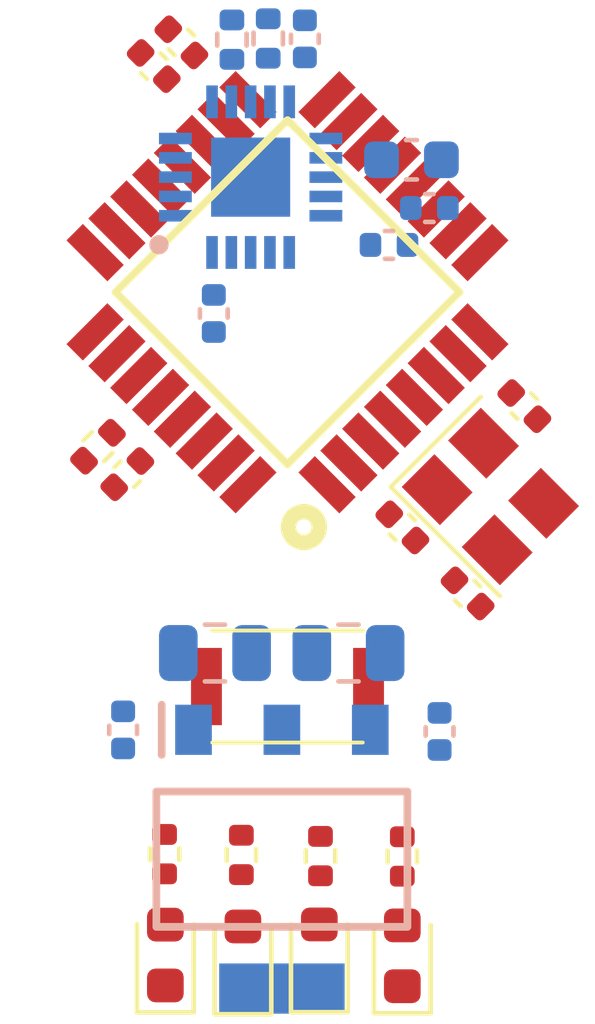
<source format=kicad_pcb>
(kicad_pcb (version 20241229) (generator "pcbnew") (generator_version "9.0")
  (title_block (title "${PCB_NAME}") (date "${CURRENT_DATE}") (rev "${PCB_VERSION}"))
  (layers (0 "F.Cu" mixed) (4 "In1.Cu" power) (6 "In2.Cu" power) (2 "B.Cu" mixed) (13 "F.Paste" user) (15 "B.Paste" user) (5 "F.SilkS" user "F.Silkscreen") (7 "B.SilkS" user "B.Silkscreen") (1 "F.Mask" user) (3 "B.Mask" user) (25 "Edge.Cuts" user))
  (net 0 "")
  (net 1 "USB_SERIAL.CBUS2")
  (net 2 "A1")
  (net 3 "D8")
  (net 4 "D6")
  (net 5 "MCU.oscpair_XIN")
  (net 6 "LED_L_ANODE")
  (net 7 "D4")
  (net 8 "D7")
  (net 9 "USB_SERIAL.NC_2")
  (net 10 "USB_SERIAL.USBDM_INTERNAL")
  (net 11 "USB_DATA_D_P")
  (net 12 "A4")
  (net 13 "A7")
  (net 14 "USB_DATA_D_N")
  (net 15 "A5")
  (net 16 "D2")
  (net 17 "D5")
  (net 18 "UART_RX")
  (net 19 "AREF")
  (net 20 "USB_SERIAL.CBUS3")
  (net 21 "USB_SERIAL.NC")
  (net 22 "D9")
  (net 23 "D11")
  (net 24 "A6")
  (net 25 "USB_SERIAL.NC_3")
  (net 26 "GND")
  (net 27 "LED_PWR_ANODE")
  (net 28 "D10")
  (net 29 "D3")
  (net 30 "USB_SERIAL.RTS")
  (net 31 "VCC_5V")
  (net 32 "USB_SERIAL.CTS")
  (net 33 "USB_SERIAL.P3V3OUT")
  (net 34 "D13")
  (net 35 "USB_VBUS")
  (net 36 "D12")
  (net 37 "A2")
  (net 38 "RESET")
  (net 39 "UART_TX")
  (net 40 "DTR")
  (net 41 "MCU.oscpair_XOUT")
  (net 42 "USB_SERIAL.USBDP_INTERNAL")
  (net 43 "A3")
  (net 44 "A0")
  (net 45 "USB_SERIAL.CBUS1")
  (net 46 "USB_SERIAL.CBUS0")
  (net 47 "USB_SERIAL.TX_LED_ANODE")
  (net 48 "USB_SERIAL.RX_LED_ANODE")
  (footprint "C_0402_1005Metric:C_0402_1005Metric" (layer "F.Cu") (at 143.169411 98.990589 45)
    (property "Reference" "C1" (hide yes))
    (property "Value" "100nF" (hide yes))
    (fp_line (start -0.107836 -0.36) (end 0.107836 -0.36) (stroke (width 0.12)) (layer "F.SilkS"))
    (fp_line (start -0.107836 0.36) (end 0.107836 0.36) (stroke (width 0.12)) (layer "F.SilkS"))
    (pad "1" smd roundrect (at -0.48 0 45) (size 0.56 0.62) (layers "F.Cu" "F.Mask" "F.Paste") (net 40 "DTR"))
    (pad "2" smd roundrect (at 0.48 0 45) (size 0.56 0.62) (layers "F.Cu" "F.Mask" "F.Paste") (net 38 "RESET"))
  )
  (footprint "C_0402_1005Metric:C_0402_1005Metric" (layer "F.Cu") (at 144.570001 87.81 135)
    (property "Reference" "C3" (hide yes))
    (property "Value" "100nF 6.3V" (hide yes))
    (fp_line (start -0.107836 -0.36) (end 0.107836 -0.36) (stroke (width 0.12)) (layer "F.SilkS"))
    (fp_line (start -0.107836 0.36) (end 0.107836 0.36) (stroke (width 0.12)) (layer "F.SilkS"))
    (pad "1" smd roundrect (at -0.48 0 135) (size 0.56 0.62) (layers "F.Cu" "F.Mask" "F.Paste") (net 31 "VCC_5V"))
    (pad "2" smd roundrect (at 0.48 0 135) (size 0.56 0.62) (layers "F.Cu" "F.Mask" "F.Paste") (net 26 "GND"))
  )
  (footprint "R_0402_1005Metric:R_0402_1005Metric" (layer "F.Cu") (at 148.175 108.880002 -90)
    (property "Reference" "R4" (hide yes))
    (property "Value" "470 5%" (hide yes))
    (fp_line (start -0.153641 0.38) (end 0.153641 0.38) (stroke (width 0.12)) (layer "F.SilkS"))
    (fp_line (start -0.153641 -0.38) (end 0.153641 -0.38) (stroke (width 0.12)) (layer "F.SilkS"))
    (pad "1" smd roundrect (at -0.509999 0 270) (size 0.54 0.64) (layers "F.Cu" "F.Mask" "F.Paste") (net 31 "VCC_5V"))
    (pad "2" smd roundrect (at 0.509999 0 270) (size 0.54 0.64) (layers "F.Cu" "F.Mask" "F.Paste") (net 48 "USB_SERIAL.RX_LED_ANODE"))
  )
  (footprint "Crystal_SMD_3225-4Pin_3.2x2.5mm:Crystal_SMD_3225-4Pin_3.2x2.5mm" (layer "F.Cu") (at 152.576777 99.568858 -45)
    (property "Reference" "Y1" (hide yes))
    (property "Value" "16MHz 18pF" (hide yes))
    (fp_line (start -2 1.65) (end 2 1.65) (stroke (width 0.12)) (layer "F.SilkS"))
    (fp_line (start -2 -1.65) (end -2 1.65) (stroke (width 0.12)) (layer "F.SilkS"))
    (pad "1" smd rect (at -1.1 0.85 315) (size 1.4 1.2) (layers "F.Cu" "F.Mask" "F.Paste") (net 5 "MCU.oscpair_XIN"))
    (pad "2" smd rect (at 1.1 0.85 315) (size 1.4 1.2) (layers "F.Cu" "F.Mask" "F.Paste") (net 26 "GND"))
    (pad "3" smd rect (at 1.1 -0.85 315) (size 1.4 1.2) (layers "F.Cu" "F.Mask" "F.Paste") (net 41 "MCU.oscpair_XOUT"))
    (pad "4" smd rect (at -1.1 -0.85 315) (size 1.4 1.2) (layers "F.Cu" "F.Mask" "F.Paste") (net 26 "GND"))
  )
  (footprint "C_0402_1005Metric:C_0402_1005Metric" (layer "F.Cu") (at 150.297329 100.369349 -45)
    (property "Reference" "C4" (hide yes))
    (property "Value" "100nF 6.3V" (hide yes))
    (fp_line (start -0.107836 0.36) (end 0.107836 0.36) (stroke (width 0.12)) (layer "F.SilkS"))
    (fp_line (start -0.107836 -0.36) (end 0.107836 -0.36) (stroke (width 0.12)) (layer "F.SilkS"))
    (pad "1" smd roundrect (at -0.48 0 315) (size 0.56 0.62) (layers "F.Cu" "F.Mask" "F.Paste") (net 31 "VCC_5V"))
    (pad "2" smd roundrect (at 0.48 0 315) (size 0.56 0.62) (layers "F.Cu" "F.Mask" "F.Paste") (net 26 "GND"))
  )
  (footprint "QFP80P900X900X120-32N:QFP80P900X900X120-32N" (layer "F.Cu") (at 147.32 94.28 135)
    (property "Reference" "IC1" (hide yes))
    (property "Value" "ATMEGA328PMAU" (hide yes))
    (fp_line (start 3.15 -3.15) (end 3.15 3.15) (stroke (width 0.2)) (layer "F.SilkS"))
    (fp_line (start 3.15 3.15) (end -3.15 3.15) (stroke (width 0.2)) (layer "F.SilkS"))
    (fp_line (start -3.15 -3.15) (end 3.15 -3.15) (stroke (width 0.2)) (layer "F.SilkS"))
    (fp_line (start -3.15 3.15) (end -3.15 -3.15) (stroke (width 0.2)) (layer "F.SilkS"))
    (fp_circle (center -4.6 -4) (end -4.6 -3.8) (stroke (width 0.4)) (fill no) (layer "F.SilkS"))
    (pad "1" smd rect (at -4.25 -2.8 225) (size 0.6 1.5) (layers "F.Cu" "F.Mask" "F.Paste") (net 29 "D3"))
    (pad "2" smd rect (at -4.25 -2 225) (size 0.6 1.5) (layers "F.Cu" "F.Mask" "F.Paste") (net 7 "D4"))
    (pad "3" smd rect (at -4.25 -1.2 225) (size 0.6 1.5) (layers "F.Cu" "F.Mask" "F.Paste") (net 26 "GND"))
    (pad "4" smd rect (at -4.25 -0.4 225) (size 0.6 1.5) (layers "F.Cu" "F.Mask" "F.Paste") (net 31 "VCC_5V"))
    (pad "5" smd rect (at -4.25 0.4 225) (size 0.6 1.5) (layers "F.Cu" "F.Mask" "F.Paste") (net 26 "GND"))
    (pad "6" smd rect (at -4.25 1.2 225) (size 0.6 1.5) (layers "F.Cu" "F.Mask" "F.Paste") (net 31 "VCC_5V"))
    (pad "7" smd rect (at -4.25 2 225) (size 0.6 1.5) (layers "F.Cu" "F.Mask" "F.Paste") (net 5 "MCU.oscpair_XIN"))
    (pad "8" smd rect (at -4.25 2.8 225) (size 0.6 1.5) (layers "F.Cu" "F.Mask" "F.Paste") (net 41 "MCU.oscpair_XOUT"))
    (pad "9" smd rect (at -2.8 4.25 135) (size 0.6 1.5) (layers "F.Cu" "F.Mask" "F.Paste") (net 17 "D5"))
    (pad "10" smd rect (at -2 4.25 135) (size 0.6 1.5) (layers "F.Cu" "F.Mask" "F.Paste") (net 4 "D6"))
    (pad "11" smd rect (at -1.2 4.25 135) (size 0.6 1.5) (layers "F.Cu" "F.Mask" "F.Paste") (net 8 "D7"))
    (pad "12" smd rect (at -0.4 4.25 135) (size 0.6 1.5) (layers "F.Cu" "F.Mask" "F.Paste") (net 3 "D8"))
    (pad "13" smd rect (at 0.4 4.25 135) (size 0.6 1.5) (layers "F.Cu" "F.Mask" "F.Paste") (net 22 "D9"))
    (pad "14" smd rect (at 1.2 4.25 135) (size 0.6 1.5) (layers "F.Cu" "F.Mask" "F.Paste") (net 28 "D10"))
    (pad "15" smd rect (at 2 4.25 135) (size 0.6 1.5) (layers "F.Cu" "F.Mask" "F.Paste") (net 23 "D11"))
    (pad "16" smd rect (at 2.8 4.25 135) (size 0.6 1.5) (layers "F.Cu" "F.Mask" "F.Paste") (net 36 "D12"))
    (pad "17" smd rect (at 4.25 2.8 225) (size 0.6 1.5) (layers "F.Cu" "F.Mask" "F.Paste") (net 34 "D13"))
    (pad "18" smd rect (at 4.25 2 225) (size 0.6 1.5) (layers "F.Cu" "F.Mask" "F.Paste") (net 31 "VCC_5V"))
    (pad "19" smd rect (at 4.25 1.2 225) (size 0.6 1.5) (layers "F.Cu" "F.Mask" "F.Paste") (net 24 "A6"))
    (pad "20" smd rect (at 4.25 0.4 225) (size 0.6 1.5) (layers "F.Cu" "F.Mask" "F.Paste") (net 19 "AREF"))
    (pad "21" smd rect (at 4.25 -0.4 225) (size 0.6 1.5) (layers "F.Cu" "F.Mask" "F.Paste") (net 26 "GND"))
    (pad "22" smd rect (at 4.25 -1.2 225) (size 0.6 1.5) (layers "F.Cu" "F.Mask" "F.Paste") (net 13 "A7"))
    (pad "23" smd rect (at 4.25 -2 225) (size 0.6 1.5) (layers "F.Cu" "F.Mask" "F.Paste") (net 44 "A0"))
    (pad "24" smd rect (at 4.25 -2.8 225) (size 0.6 1.5) (layers "F.Cu" "F.Mask" "F.Paste") (net 2 "A1"))
    (pad "25" smd rect (at 2.8 -4.25 135) (size 0.6 1.5) (layers "F.Cu" "F.Mask" "F.Paste") (net 37 "A2"))
    (pad "26" smd rect (at 2 -4.25 135) (size 0.6 1.5) (layers "F.Cu" "F.Mask" "F.Paste") (net 43 "A3"))
    (pad "27" smd rect (at 1.2 -4.25 135) (size 0.6 1.5) (layers "F.Cu" "F.Mask" "F.Paste") (net 12 "A4"))
    (pad "28" smd rect (at 0.4 -4.25 135) (size 0.6 1.5) (layers "F.Cu" "F.Mask" "F.Paste") (net 15 "A5"))
    (pad "29" smd rect (at -0.4 -4.25 135) (size 0.6 1.5) (layers "F.Cu" "F.Mask" "F.Paste") (net 38 "RESET"))
    (pad "30" smd rect (at -1.2 -4.25 135) (size 0.6 1.5) (layers "F.Cu" "F.Mask" "F.Paste") (net 18 "UART_RX"))
    (pad "31" smd rect (at -2 -4.25 135) (size 0.6 1.5) (layers "F.Cu" "F.Mask" "F.Paste") (net 39 "UART_TX"))
    (pad "32" smd rect (at -2.8 -4.25 135) (size 0.6 1.5) (layers "F.Cu" "F.Mask" "F.Paste") (net 16 "D2"))
  )
  (footprint "LED_0603_1608Metric:LED_0603_1608Metric" (layer "F.Cu") (at 148.145 111.437502 90)
    (property "Reference" "D3" (hide yes))
    (property "Value" "LED GREEN" (hide yes))
    (fp_line (start 0.8 -0.735) (end -1.485 -0.735) (stroke (width 0.12)) (layer "F.SilkS"))
    (fp_line (start -1.485 -0.735) (end -1.485 0.735) (stroke (width 0.12)) (layer "F.SilkS"))
    (fp_line (start -1.485 0.735) (end 0.8 0.735) (stroke (width 0.12)) (layer "F.SilkS"))
    (pad "1" smd roundrect (at -0.787501 0 90) (size 0.875 0.95) (layers "F.Cu" "F.Mask" "F.Paste") (net 45 "USB_SERIAL.CBUS1"))
    (pad "2" smd roundrect (at 0.787501 0 90) (size 0.875 0.95) (layers "F.Cu" "F.Mask" "F.Paste") (net 48 "USB_SERIAL.RX_LED_ANODE"))
  )
  (footprint "LED_0603_1608Metric:LED_0603_1608Metric" (layer "F.Cu") (at 144.155127 111.442512 90)
    (property "Reference" "D1" (hide yes))
    (property "Value" "LED YELLOW" (hide yes))
    (fp_line (start 0.8 -0.735) (end -1.485 -0.735) (stroke (width 0.12)) (layer "F.SilkS"))
    (fp_line (start -1.485 -0.735) (end -1.485 0.735) (stroke (width 0.12)) (layer "F.SilkS"))
    (fp_line (start -1.485 0.735) (end 0.8 0.735) (stroke (width 0.12)) (layer "F.SilkS"))
    (pad "1" smd roundrect (at -0.787501 0 90) (size 0.875 0.95) (layers "F.Cu" "F.Mask" "F.Paste") (net 26 "GND"))
    (pad "2" smd roundrect (at 0.787501 0 90) (size 0.875 0.95) (layers "F.Cu" "F.Mask" "F.Paste") (net 6 "LED_L_ANODE"))
  )
  (footprint "C_0402_1005Metric:C_0402_1005Metric" (layer "F.Cu") (at 153.457327 97.22935 -45)
    (property "Reference" "C6" (hide yes))
    (property "Value" "22pF C0G" (hide yes))
    (fp_line (start -0.107836 0.36) (end 0.107836 0.36) (stroke (width 0.12)) (layer "F.SilkS"))
    (fp_line (start -0.107836 -0.36) (end 0.107836 -0.36) (stroke (width 0.12)) (layer "F.SilkS"))
    (pad "1" smd roundrect (at -0.48 0 315) (size 0.56 0.62) (layers "F.Cu" "F.Mask" "F.Paste") (net 41 "MCU.oscpair_XOUT"))
    (pad "2" smd roundrect (at 0.48 0 315) (size 0.56 0.62) (layers "F.Cu" "F.Mask" "F.Paste") (net 26 "GND"))
  )
  (footprint "C_0402_1005Metric:C_0402_1005Metric" (layer "F.Cu") (at 151.987329 102.07935 -45)
    (property "Reference" "C5" (hide yes))
    (property "Value" "22pF C0G" (hide yes))
    (fp_line (start -0.107836 0.36) (end 0.107836 0.36) (stroke (width 0.12)) (layer "F.SilkS"))
    (fp_line (start -0.107836 -0.36) (end 0.107836 -0.36) (stroke (width 0.12)) (layer "F.SilkS"))
    (pad "1" smd roundrect (at -0.48 0 315) (size 0.56 0.62) (layers "F.Cu" "F.Mask" "F.Paste") (net 5 "MCU.oscpair_XIN"))
    (pad "2" smd roundrect (at 0.48 0 315) (size 0.56 0.62) (layers "F.Cu" "F.Mask" "F.Paste") (net 26 "GND"))
  )
  (footprint "R_0402_1005Metric:R_0402_1005Metric" (layer "F.Cu") (at 142.409009 98.280583 -135)
    (property "Reference" "R1" (hide yes))
    (property "Value" "10k 5%" (hide yes))
    (fp_line (start -0.153641 0.38) (end 0.153641 0.38) (stroke (width 0.12)) (layer "F.SilkS"))
    (fp_line (start -0.153641 -0.38) (end 0.153641 -0.38) (stroke (width 0.12)) (layer "F.SilkS"))
    (pad "1" smd roundrect (at -0.509999 0 225) (size 0.54 0.64) (layers "F.Cu" "F.Mask" "F.Paste") (net 38 "RESET"))
    (pad "2" smd roundrect (at 0.509999 0 225) (size 0.54 0.64) (layers "F.Cu" "F.Mask" "F.Paste") (net 31 "VCC_5V"))
  )
  (footprint "C_0402_1005Metric:C_0402_1005Metric" (layer "F.Cu") (at 143.853897 88.423441 135)
    (property "Reference" "C2" (hide yes))
    (property "Value" "100nF 6.3V" (hide yes))
    (fp_line (start -0.107836 -0.36) (end 0.107836 -0.36) (stroke (width 0.12)) (layer "F.SilkS"))
    (fp_line (start -0.107836 0.36) (end 0.107836 0.36) (stroke (width 0.12)) (layer "F.SilkS"))
    (pad "1" smd roundrect (at -0.48 0 135) (size 0.56 0.62) (layers "F.Cu" "F.Mask" "F.Paste") (net 31 "VCC_5V"))
    (pad "2" smd roundrect (at 0.48 0 135) (size 0.56 0.62) (layers "F.Cu" "F.Mask" "F.Paste") (net 26 "GND"))
  )
  (footprint "R_0402_1005Metric:R_0402_1005Metric" (layer "F.Cu") (at 144.135 108.830001 -90)
    (property "Reference" "R2" (hide yes))
    (property "Value" "1k 5%" (hide yes))
    (fp_line (start -0.153641 0.38) (end 0.153641 0.38) (stroke (width 0.12)) (layer "F.SilkS"))
    (fp_line (start -0.153641 -0.38) (end 0.153641 -0.38) (stroke (width 0.12)) (layer "F.SilkS"))
    (pad "1" smd roundrect (at -0.509999 0 270) (size 0.54 0.64) (layers "F.Cu" "F.Mask" "F.Paste") (net 34 "D13"))
    (pad "2" smd roundrect (at 0.509999 0 270) (size 0.54 0.64) (layers "F.Cu" "F.Mask" "F.Paste") (net 6 "LED_L_ANODE"))
  )
  (footprint "R_0402_1005Metric:R_0402_1005Metric" (layer "F.Cu") (at 150.295 108.890002 -90)
    (property "Reference" "R5" (hide yes))
    (property "Value" "470 5%" (hide yes))
    (fp_line (start -0.153641 0.38) (end 0.153641 0.38) (stroke (width 0.12)) (layer "F.SilkS"))
    (fp_line (start -0.153641 -0.38) (end 0.153641 -0.38) (stroke (width 0.12)) (layer "F.SilkS"))
    (pad "1" smd roundrect (at -0.509999 0 270) (size 0.54 0.64) (layers "F.Cu" "F.Mask" "F.Paste") (net 31 "VCC_5V"))
    (pad "2" smd roundrect (at 0.509999 0 270) (size 0.54 0.64) (layers "F.Cu" "F.Mask" "F.Paste") (net 47 "USB_SERIAL.TX_LED_ANODE"))
  )
  (footprint "LED_0603_1608Metric:LED_0603_1608Metric" (layer "F.Cu") (at 146.165 111.490001 90)
    (property "Reference" "D2" (hide yes))
    (property "Value" "LED GREEN" (hide yes))
    (fp_line (start 0.8 -0.735) (end -1.485 -0.735) (stroke (width 0.12)) (layer "F.SilkS"))
    (fp_line (start -1.485 -0.735) (end -1.485 0.735) (stroke (width 0.12)) (layer "F.SilkS"))
    (fp_line (start -1.485 0.735) (end 0.8 0.735) (stroke (width 0.12)) (layer "F.SilkS"))
    (pad "1" smd roundrect (at -0.787501 0 90) (size 0.875 0.95) (layers "F.Cu" "F.Mask" "F.Paste") (net 26 "GND"))
    (pad "2" smd roundrect (at 0.787501 0 90) (size 0.875 0.95) (layers "F.Cu" "F.Mask" "F.Paste") (net 27 "LED_PWR_ANODE"))
  )
  (footprint "R_0402_1005Metric:R_0402_1005Metric" (layer "F.Cu") (at 146.125 108.850001 -90)
    (property "Reference" "R3" (hide yes))
    (property "Value" "1k 5%" (hide yes))
    (fp_line (start -0.153641 0.38) (end 0.153641 0.38) (stroke (width 0.12)) (layer "F.SilkS"))
    (fp_line (start -0.153641 -0.38) (end 0.153641 -0.38) (stroke (width 0.12)) (layer "F.SilkS"))
    (pad "1" smd roundrect (at -0.509999 0 270) (size 0.54 0.64) (layers "F.Cu" "F.Mask" "F.Paste") (net 31 "VCC_5V"))
    (pad "2" smd roundrect (at 0.509999 0 270) (size 0.54 0.64) (layers "F.Cu" "F.Mask" "F.Paste") (net 27 "LED_PWR_ANODE"))
  )
  (footprint "SKRKAEE020:SKRKAEE020" (layer "F.Cu") (at 147.32 104.49 180)
    (property "Reference" "S1" (hide yes))
    (property "Value" "SKRKAHE020" (hide yes))
    (fp_line (start -1.95 1.45) (end 1.95 1.45) (stroke (width 0.1)) (layer "F.SilkS"))
    (fp_line (start -1.95 -1.45) (end 1.95 -1.45) (stroke (width 0.1)) (layer "F.SilkS"))
    (pad "1" smd rect (at -2.1 0 180) (size 0.8 2) (layers "F.Cu" "F.Mask" "F.Paste") (net 38 "RESET"))
    (pad "2" smd rect (at 2.1 0 180) (size 0.8 2) (layers "F.Cu" "F.Mask" "F.Paste") (net 26 "GND"))
  )
  (footprint "LED_0603_1608Metric:LED_0603_1608Metric" (layer "F.Cu") (at 150.295 111.4625 90)
    (property "Reference" "D4" (hide yes))
    (property "Value" "LED GREEN" (hide yes))
    (fp_line (start 0.8 -0.735) (end -1.485 -0.735) (stroke (width 0.12)) (layer "F.SilkS"))
    (fp_line (start -1.485 -0.735) (end -1.485 0.735) (stroke (width 0.12)) (layer "F.SilkS"))
    (fp_line (start -1.485 0.735) (end 0.8 0.735) (stroke (width 0.12)) (layer "F.SilkS"))
    (pad "1" smd roundrect (at -0.787501 0 90) (size 0.875 0.95) (layers "F.Cu" "F.Mask" "F.Paste") (net 46 "USB_SERIAL.CBUS0"))
    (pad "2" smd roundrect (at 0.787501 0 90) (size 0.875 0.95) (layers "F.Cu" "F.Mask" "F.Paste") (net 47 "USB_SERIAL.TX_LED_ANODE"))
  )
  (footprint "QFN50P400X400X80-21N:QFN50P400X400X80-21N" (layer "B.Cu") (at 146.365 91.300001)
    (property "Reference" "IC3" (hide yes))
    (property "Value" "FT231XQMR" (hide yes))
    (fp_circle (center -2.375 1.75) (end -2.375 1.625) (stroke (width 0.25)) (fill no) (layer "B.SilkS"))
    (pad "1" smd rect (at -1.95 1 270) (size 0.3 0.85) (layers "B.Cu" "B.Mask" "B.Paste") (net 18 "UART_RX"))
    (pad "2" smd rect (at -1.95 0.5 270) (size 0.3 0.85) (layers "B.Cu" "B.Mask" "B.Paste") (net 25 "USB_SERIAL.NC_3"))
    (pad "3" smd rect (at -1.95 0 270) (size 0.3 0.85) (layers "B.Cu" "B.Mask" "B.Paste") (net 26 "GND"))
    (pad "4" smd rect (at -1.95 -0.5 270) (size 0.3 0.85) (layers "B.Cu" "B.Mask" "B.Paste") (net 21 "USB_SERIAL.NC"))
    (pad "5" smd rect (at -1.95 -1 270) (size 0.3 0.85) (layers "B.Cu" "B.Mask" "B.Paste") (net 9 "USB_SERIAL.NC_2"))
    (pad "6" smd rect (at -1 -1.95) (size 0.3 0.85) (layers "B.Cu" "B.Mask" "B.Paste") (net 32 "USB_SERIAL.CTS"))
    (pad "7" smd rect (at -0.5 -1.95) (size 0.3 0.85) (layers "B.Cu" "B.Mask" "B.Paste") (net 1 "USB_SERIAL.CBUS2"))
    (pad "8" smd rect (at 0 -1.95) (size 0.3 0.85) (layers "B.Cu" "B.Mask" "B.Paste") (net 42 "USB_SERIAL.USBDP_INTERNAL"))
    (pad "9" smd rect (at 0.5 -1.95) (size 0.3 0.85) (layers "B.Cu" "B.Mask" "B.Paste") (net 10 "USB_SERIAL.USBDM_INTERNAL"))
    (pad "10" smd rect (at 1 -1.95) (size 0.3 0.85) (layers "B.Cu" "B.Mask" "B.Paste") (net 33 "USB_SERIAL.P3V3OUT"))
    (pad "11" smd rect (at 1.95 -1 270) (size 0.3 0.85) (layers "B.Cu" "B.Mask" "B.Paste") (net 31 "VCC_5V"))
    (pad "12" smd rect (at 1.95 -0.5 270) (size 0.3 0.85) (layers "B.Cu" "B.Mask" "B.Paste") (net 31 "VCC_5V"))
    (pad "13" smd rect (at 1.95 0 270) (size 0.3 0.85) (layers "B.Cu" "B.Mask" "B.Paste") (net 26 "GND"))
    (pad "14" smd rect (at 1.95 0.5 270) (size 0.3 0.85) (layers "B.Cu" "B.Mask" "B.Paste") (net 45 "USB_SERIAL.CBUS1"))
    (pad "15" smd rect (at 1.95 1 270) (size 0.3 0.85) (layers "B.Cu" "B.Mask" "B.Paste") (net 46 "USB_SERIAL.CBUS0"))
    (pad "16" smd rect (at 1 1.95) (size 0.3 0.85) (layers "B.Cu" "B.Mask" "B.Paste") (net 20 "USB_SERIAL.CBUS3"))
    (pad "17" smd rect (at 0.5 1.95) (size 0.3 0.85) (layers "B.Cu" "B.Mask" "B.Paste") (net 39 "UART_TX"))
    (pad "18" smd rect (at 0 1.95) (size 0.3 0.85) (layers "B.Cu" "B.Mask" "B.Paste") (net 40 "DTR"))
    (pad "19" smd rect (at -0.5 1.95) (size 0.3 0.85) (layers "B.Cu" "B.Mask" "B.Paste") (net 30 "USB_SERIAL.RTS"))
    (pad "20" smd rect (at -1 1.95) (size 0.3 0.85) (layers "B.Cu" "B.Mask" "B.Paste") (net 31 "VCC_5V"))
    (pad "21" smd rect (at 0 0) (size 2.05 2.05) (layers "B.Cu" "B.Mask" "B.Paste") (net 26 "GND"))
  )
  (footprint "C_0402_1005Metric:C_0402_1005Metric" (layer "B.Cu") (at 147.77 87.720001 90)
    (property "Reference" "C11" (hide yes))
    (property "Value" "100nF 6.3V" (hide yes))
    (fp_line (start -0.107836 -0.36) (end 0.107836 -0.36) (stroke (width 0.12)) (layer "B.SilkS"))
    (fp_line (start -0.107836 0.36) (end 0.107836 0.36) (stroke (width 0.12)) (layer "B.SilkS"))
    (pad "1" smd roundrect (at -0.48 0 90) (size 0.56 0.62) (layers "B.Cu" "B.Mask" "B.Paste") (net 33 "USB_SERIAL.P3V3OUT"))
    (pad "2" smd roundrect (at 0.48 0 90) (size 0.56 0.62) (layers "B.Cu" "B.Mask" "B.Paste") (net 26 "GND"))
  )
  (footprint "C_0402_1005Metric:C_0402_1005Metric" (layer "B.Cu") (at 151.260711 105.652428 90)
    (property "Reference" "C8" (hide yes))
    (property "Value" "100nF 25V" (hide yes))
    (fp_line (start -0.107836 -0.36) (end 0.107836 -0.36) (stroke (width 0.12)) (layer "B.SilkS"))
    (fp_line (start -0.107836 0.36) (end 0.107836 0.36) (stroke (width 0.12)) (layer "B.SilkS"))
    (pad "1" smd roundrect (at -0.48 0 90) (size 0.56 0.62) (layers "B.Cu" "B.Mask" "B.Paste") (net 35 "USB_VBUS"))
    (pad "2" smd roundrect (at 0.48 0 90) (size 0.56 0.62) (layers "B.Cu" "B.Mask" "B.Paste") (net 26 "GND"))
  )
  (footprint "SOT229P700X180-4N:SOT229P700X180-4N" (layer "B.Cu") (at 147.175 108.960001 -90)
    (property "Reference" "IC2" (hide yes))
    (property "Value" "AMS1117M5_0" (hide yes))
    (fp_line (start -1.752 3.252) (end 1.752 3.252) (stroke (width 0.2)) (layer "B.SilkS"))
    (fp_line (start 1.752 3.252) (end 1.752 -3.252) (stroke (width 0.2)) (layer "B.SilkS"))
    (fp_line (start -4 3.115) (end -2.7 3.115) (stroke (width 0.2)) (layer "B.SilkS"))
    (fp_line (start -1.752 -3.252) (end -1.752 3.252) (stroke (width 0.2)) (layer "B.SilkS"))
    (fp_line (start 1.752 -3.252) (end -1.752 -3.252) (stroke (width 0.2)) (layer "B.SilkS"))
    (pad "1" smd rect (at -3.35 2.29 180) (size 0.95 1.3) (layers "B.Cu" "B.Mask" "B.Paste") (net 26 "GND"))
    (pad "2" smd rect (at -3.35 0 180) (size 0.95 1.3) (layers "B.Cu" "B.Mask" "B.Paste") (net 31 "VCC_5V"))
    (pad "3" smd rect (at -3.35 -2.29 180) (size 0.95 1.3) (layers "B.Cu" "B.Mask" "B.Paste") (net 35 "USB_VBUS"))
    (pad "4" smd rect (at 3.35 0 270) (size 1.3 3.25) (layers "B.Cu" "B.Mask" "B.Paste") (net 26 "GND"))
  )
  (footprint "C_0805_2012Metric:C_0805_2012Metric" (layer "B.Cu") (at 148.900712 103.622428)
    (property "Reference" "C7" (hide yes))
    (property "Value" "10uF 25V" (hide yes))
    (fp_line (start -0.261252 -0.735) (end 0.261252 -0.735) (stroke (width 0.12)) (layer "B.SilkS"))
    (fp_line (start -0.261252 0.735) (end 0.261252 0.735) (stroke (width 0.12)) (layer "B.SilkS"))
    (pad "1" smd roundrect (at -0.95 0) (size 1 1.45) (layers "B.Cu" "B.Mask" "B.Paste") (net 35 "USB_VBUS"))
    (pad "2" smd roundrect (at 0.95 0) (size 1 1.45) (layers "B.Cu" "B.Mask" "B.Paste") (net 26 "GND"))
  )
  (footprint "C_0402_1005Metric:C_0402_1005Metric" (layer "B.Cu") (at 149.95 93.055001)
    (property "Reference" "C13" (hide yes))
    (property "Value" "100nF 10V" (hide yes))
    (fp_line (start -0.107836 -0.36) (end 0.107836 -0.36) (stroke (width 0.12)) (layer "B.SilkS"))
    (fp_line (start -0.107836 0.36) (end 0.107836 0.36) (stroke (width 0.12)) (layer "B.SilkS"))
    (pad "1" smd roundrect (at -0.48 0) (size 0.56 0.62) (layers "B.Cu" "B.Mask" "B.Paste") (net 31 "VCC_5V"))
    (pad "2" smd roundrect (at 0.48 0) (size 0.56 0.62) (layers "B.Cu" "B.Mask" "B.Paste") (net 26 "GND"))
  )
  (footprint "C_0603_1608Metric:C_0603_1608Metric" (layer "B.Cu") (at 150.5325 90.850001)
    (property "Reference" "C15" (hide yes))
    (property "Value" "4.7uF 10V" (hide yes))
    (fp_line (start -0.14058 -0.51) (end 0.14058 -0.51) (stroke (width 0.12)) (layer "B.SilkS"))
    (fp_line (start -0.14058 0.51) (end 0.14058 0.51) (stroke (width 0.12)) (layer "B.SilkS"))
    (pad "1" smd roundrect (at -0.775 0) (size 0.9 0.95) (layers "B.Cu" "B.Mask" "B.Paste") (net 31 "VCC_5V"))
    (pad "2" smd roundrect (at 0.775 0) (size 0.9 0.95) (layers "B.Cu" "B.Mask" "B.Paste") (net 26 "GND"))
  )
  (footprint "R_0402_1005Metric:R_0402_1005Metric" (layer "B.Cu") (at 145.88 87.74 90)
    (property "Reference" "R7" (hide yes))
    (property "Value" "27 5%" (hide yes))
    (fp_line (start -0.153641 -0.38) (end 0.153641 -0.38) (stroke (width 0.12)) (layer "B.SilkS"))
    (fp_line (start -0.153641 0.38) (end 0.153641 0.38) (stroke (width 0.12)) (layer "B.SilkS"))
    (pad "1" smd roundrect (at -0.51 0 90) (size 0.54 0.64) (layers "B.Cu" "B.Mask" "B.Paste") (net 42 "USB_SERIAL.USBDP_INTERNAL"))
    (pad "2" smd roundrect (at 0.51 0 90) (size 0.54 0.64) (layers "B.Cu" "B.Mask" "B.Paste") (net 11 "USB_DATA_D_P"))
  )
  (footprint "C_0402_1005Metric:C_0402_1005Metric" (layer "B.Cu") (at 150.995 92.100001)
    (property "Reference" "C14" (hide yes))
    (property "Value" "100nF 10V" (hide yes))
    (fp_line (start -0.107836 -0.36) (end 0.107836 -0.36) (stroke (width 0.12)) (layer "B.SilkS"))
    (fp_line (start -0.107836 0.36) (end 0.107836 0.36) (stroke (width 0.12)) (layer "B.SilkS"))
    (pad "1" smd roundrect (at -0.48 0) (size 0.56 0.62) (layers "B.Cu" "B.Mask" "B.Paste") (net 31 "VCC_5V"))
    (pad "2" smd roundrect (at 0.48 0) (size 0.56 0.62) (layers "B.Cu" "B.Mask" "B.Paste") (net 26 "GND"))
  )
  (footprint "C_0805_2012Metric:C_0805_2012Metric" (layer "B.Cu") (at 145.440712 103.622428 180)
    (property "Reference" "C9" (hide yes))
    (property "Value" "22uF 10V" (hide yes))
    (fp_line (start -0.261252 0.735) (end 0.261252 0.735) (stroke (width 0.12)) (layer "B.SilkS"))
    (fp_line (start -0.261252 -0.735) (end 0.261252 -0.735) (stroke (width 0.12)) (layer "B.SilkS"))
    (pad "1" smd roundrect (at -0.95 0 180) (size 1 1.45) (layers "B.Cu" "B.Mask" "B.Paste") (net 31 "VCC_5V"))
    (pad "2" smd roundrect (at 0.95 0 180) (size 1 1.45) (layers "B.Cu" "B.Mask" "B.Paste") (net 26 "GND"))
  )
  (footprint "C_0402_1005Metric:C_0402_1005Metric" (layer "B.Cu") (at 145.41 94.830001 -90)
    (property "Reference" "C12" (hide yes))
    (property "Value" "100nF 10V" (hide yes))
    (fp_line (start -0.107836 0.36) (end 0.107836 0.36) (stroke (width 0.12)) (layer "B.SilkS"))
    (fp_line (start -0.107836 -0.36) (end 0.107836 -0.36) (stroke (width 0.12)) (layer "B.SilkS"))
    (pad "1" smd roundrect (at -0.48 0 270) (size 0.56 0.62) (layers "B.Cu" "B.Mask" "B.Paste") (net 31 "VCC_5V"))
    (pad "2" smd roundrect (at 0.48 0 270) (size 0.56 0.62) (layers "B.Cu" "B.Mask" "B.Paste") (net 26 "GND"))
  )
  (footprint "R_0402_1005Metric:R_0402_1005Metric" (layer "B.Cu") (at 146.82 87.71 90)
    (property "Reference" "R6" (hide yes))
    (property "Value" "27 5%" (hide yes))
    (fp_line (start -0.153641 -0.38) (end 0.153641 -0.38) (stroke (width 0.12)) (layer "B.SilkS"))
    (fp_line (start -0.153641 0.38) (end 0.153641 0.38) (stroke (width 0.12)) (layer "B.SilkS"))
    (pad "1" smd roundrect (at -0.51 0 90) (size 0.54 0.64) (layers "B.Cu" "B.Mask" "B.Paste") (net 10 "USB_SERIAL.USBDM_INTERNAL"))
    (pad "2" smd roundrect (at 0.51 0 90) (size 0.54 0.64) (layers "B.Cu" "B.Mask" "B.Paste") (net 14 "USB_DATA_D_N"))
  )
  (footprint "C_0402_1005Metric:C_0402_1005Metric" (layer "B.Cu") (at 143.060711 105.612428 90)
    (property "Reference" "C10" (hide yes))
    (property "Value" "100nF 10V" (hide yes))
    (fp_line (start -0.107836 -0.36) (end 0.107836 -0.36) (stroke (width 0.12)) (layer "B.SilkS"))
    (fp_line (start -0.107836 0.36) (end 0.107836 0.36) (stroke (width 0.12)) (layer "B.SilkS"))
    (pad "1" smd roundrect (at -0.48 0 90) (size 0.56 0.62) (layers "B.Cu" "B.Mask" "B.Paste") (net 31 "VCC_5V"))
    (pad "2" smd roundrect (at 0.48 0 90) (size 0.56 0.62) (layers "B.Cu" "B.Mask" "B.Paste") (net 26 "GND"))
  )
)
</source>
